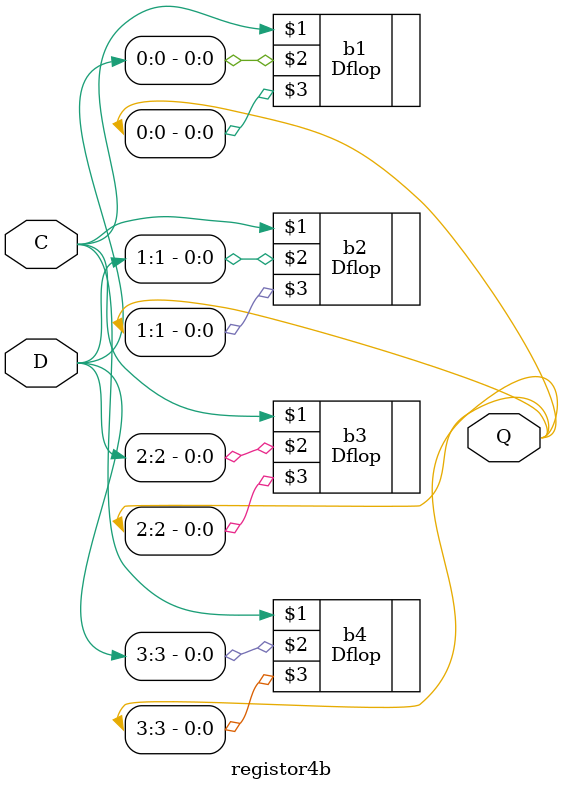
<source format=sv>

module registor4b(input C,
input [3:0]D,
output [3:0]Q
);

//Clock signal will be add/sub


Dflop b1(C,D[0],Q[0]);
Dflop b2(C,D[1],Q[1]);
Dflop b3(C,D[2],Q[2]);
Dflop b4(C,D[3],Q[3]);

endmodule

</source>
